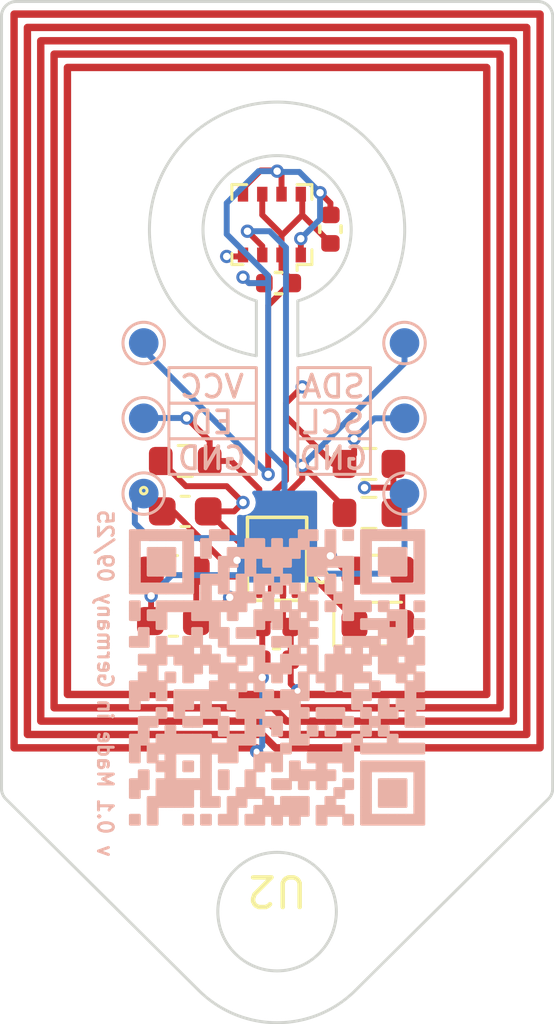
<source format=kicad_pcb>
(kicad_pcb (version 20240108) (generator "pcbnew") (generator_version "8.0")
  (layers (0 "F.Cu" signal) (1 "In1.Cu" signal) (2 "In2.Cu" signal) (31 "B.Cu" signal) (34 "B.Paste" user) (35 "F.Paste" user) (36 "B.SilkS" user "B.Silkscreen") (37 "F.SilkS" user "F.Silkscreen") (38 "B.Mask" user) (39 "F.Mask" user) (44 "Edge.Cuts" user))
  (net 0 "")
  (net 1 "GND")
  (net 2 "ANT2")
  (net 3 "ANT1")
  (net 4 "SCL")
  (net 5 "SDA")
  (net 6 "Net-(D1-A)")
  (net 10 "ED")
  (net 14 "VOUT")
  (footprint "Capacitor_SMD:C_0603_1608Metric" (layer "F.Cu") (at 126.4 48.7 180)
    (property "Reference" "C6" (hide yes))
    (property "Value" "1uF")
    (pad "1" smd roundrect (at -0.775 0 180) (size 0.9 0.95) (layers "F.Cu" "F.Paste" "F.Mask") (net 14 "VOUT"))
    (pad "2" smd roundrect (at 0.775 0 180) (size 0.9 0.95) (layers "F.Cu" "F.Paste" "F.Mask") (net 1 "GND"))
  )
  (footprint "unsurv_offline_pcb_footprints:25x18_1016nH" (layer "F.Cu") (at 120.5 31.8)
    (property "Reference" "AE1" (hide yes))
    (property "Value" "Antenna_Dipole")
    (pad "1" smd custom (at 8.30901 24.875) (size 0.25 0.25) (layers "F.Cu") (net 3 "ANT1") (options (clearance outline) (anchor circle)) (primitives (gr_line (start 0 0) (end -8.18401 0) (width 0.25)) (gr_line (start -8.18401 0) (end -8.18401 -24.75) (width 0.25)) (gr_line (start -8.18401 -24.75) (end 9.56599 -24.75) (width 0.25)) (gr_line (start 9.56599 -24.75) (end 9.56599 0) (width 0.25)) (gr_line (start 9.56599 0) (end 0.636396 0) (width 0.25)) (gr_line (start 0.636396 0) (end 0.186396 -0.45) (width 0.25)) (gr_line (start 0.186396 -0.45) (end -7.73401 -0.45) (width 0.25)) (gr_line (start -7.73401 -0.45) (end -7.73401 -24.3) (width 0.25)) (gr_line (start -7.73401 -24.3) (end 9.11599 -24.3) (width 0.25)) (gr_line (start 9.11599 -24.3) (end 9.11599 -0.45) (width 0.25)) (gr_line (start 9.11599 -0.45) (end 0.822792 -0.45) (width 0.25)) (gr_line (start 0.822792 -0.45) (end 0.372792 -0.9) (width 0.25)) (gr_line (start 0.372792 -0.9) (end -7.28401 -0.9) (width 0.25)) (gr_line (start -7.28401 -0.9) (end -7.28401 -23.85) (width 0.25)) (gr_line (start -7.28401 -23.85) (end 8.66599 -23.85) (width 0.25)) (gr_line (start 8.66599 -23.85) (end 8.66599 -0.9) (width 0.25)) (gr_line (start 8.66599 -0.9) (end 1.009188 -0.9) (width 0.25)) (gr_line (start 1.009188 -0.9) (end 0.559188 -1.35) (width 0.25)) (gr_line (start 0.559188 -1.35) (end -6.83401 -1.35) (width 0.25)) (gr_line (start -6.83401 -1.35) (end -6.83401 -23.4) (width 0.25)) (gr_line (start -6.83401 -23.4) (end 8.21599 -23.4) (width 0.25)) (gr_line (start 8.21599 -23.4) (end 8.21599 -1.35) (width 0.25)) (gr_line (start 8.21599 -1.35) (end 1.195584 -1.35) (width 0.25)) (gr_line (start 1.195584 -1.35) (end 0.745584 -1.8) (width 0.25)) (gr_line (start 0.745584 -1.8) (end -6.38401 -1.8) (width 0.25)) (gr_line (start -6.38401 -1.8) (end -6.38401 -22.95) (width 0.25)) (gr_line (start -6.38401 -22.95) (end 7.76599 -22.95) (width 0.25)) (gr_line (start 7.76599 -22.95) (end 7.76599 -1.8) (width 0.25))))
    (pad "1" thru_hole circle (at 8.30901 25) (size 0.45 0.45) (drill 0.2) (layers "*.Cu" "*.Mask") (net 3 "ANT1"))
    (pad "2" thru_hole circle (at 9.69099 22.95) (size 0.45 0.45) (drill 0.2) (layers "*.Cu" "*.Mask") (net 2 "ANT2"))
    (pad "2" smd custom (at 9.69099 23.075) (size 0.25 0.25) (layers "F.Cu") (net 2 "ANT2") (options (clearance outline) (anchor circle)) (primitives (gr_line (start 0 0) (end 6.38401 0) (width 0.25))))
  )
  (footprint "Capacitor_SMD:C_0603_1608Metric" (layer "F.Cu") (at 126 50.7 180)
    (property "Reference" "C2" (hide yes))
    (property "Value" "100pF")
    (pad "1" smd roundrect (at -0.775 0 180) (size 0.9 0.95) (layers "F.Cu" "F.Paste" "F.Mask") (net 14 "VOUT"))
    (pad "2" smd roundrect (at 0.775 0 180) (size 0.9 0.95) (layers "F.Cu" "F.Paste" "F.Mask") (net 1 "GND"))
  )
  (footprint "LED_SMD:LED_0603_1608Metric" (layer "F.Cu") (at 132.9 52.5)
    (property "Reference" "D1" (hide yes))
    (property "Value" "LED")
    (pad "1" smd roundrect (at -0.7875 0) (size 0.875 0.95) (layers "F.Cu" "F.Paste" "F.Mask") (net 1 "GND"))
    (pad "2" smd roundrect (at 0.7875 0) (size 0.875 0.95) (layers "F.Cu" "F.Paste" "F.Mask") (net 6 "Net-(D1-A)"))
  )
  (footprint "Resistor_SMD:R_0603_1608Metric" (layer "F.Cu") (at 132.6 47.1 180)
    (property "Reference" "R1" (hide yes))
    (property "Value" "4.7k")
    (pad "1" smd roundrect (at -0.825 0 180) (size 0.8 0.95) (layers "F.Cu" "F.Paste" "F.Mask") (net 14 "VOUT"))
    (pad "2" smd roundrect (at 0.825 0 180) (size 0.8 0.95) (layers "F.Cu" "F.Paste" "F.Mask") (net 4 "SCL"))
  )
  (footprint "digikey-footprints:Pressure_Sensor_LGA-8_2.5x2.5mm_BME280" (layer "F.Cu") (at 129.325001 39.025 180)
    (property "Reference" "U4" (hide yes))
    (property "Value" "BME280")
    (pad "1" smd rect (at -0.975 -1.025 180) (size 0.35 0.5) (layers "F.Cu" "F.Paste" "F.Mask") (net 1 "GND"))
    (pad "2" smd rect (at -0.325 -1.025 180) (size 0.35 0.5) (layers "F.Cu" "F.Paste" "F.Mask") (net 14 "VOUT"))
    (pad "3" smd rect (at 0.325 -1.025 180) (size 0.35 0.5) (layers "F.Cu" "F.Paste" "F.Mask") (net 5 "SDA"))
    (pad "4" smd rect (at 0.975 -1.025 180) (size 0.35 0.5) (layers "F.Cu" "F.Paste" "F.Mask") (net 4 "SCL"))
    (pad "5" smd rect (at 0.975 1.024999 180) (size 0.35 0.5) (layers "F.Cu" "F.Paste" "F.Mask") (net 1 "GND"))
    (pad "6" smd rect (at 0.325 1.024999 180) (size 0.35 0.5) (layers "F.Cu" "F.Paste" "F.Mask") (net 14 "VOUT"))
    (pad "7" smd rect (at -0.325 1.024999 180) (size 0.35 0.5) (layers "F.Cu" "F.Paste" "F.Mask") (net 1 "GND"))
    (pad "8" smd rect (at -0.975 1.024999 180) (size 0.35 0.5) (layers "F.Cu" "F.Paste" "F.Mask") (net 14 "VOUT"))
  )
  (footprint "unsurv_offline_pcb_footprints:NTAG 5 link" (layer "F.Cu") (at 129.5 50.3 180)
    (property "Reference" "U2" (at 0 -11.2 180) (layer "F.SilkS"))
    (property "Value" "~")
    (pad "1" smd roundrect (at -0.5 -0.6 90) (size 0.22 0.8) (layers "F.Cu" "F.Paste" "F.Mask") (net 1 "GND"))
    (pad "2" smd roundrect (at -0.5 -0.2 90) (size 0.22 0.8) (layers "F.Cu" "F.Paste" "F.Mask") (net 1 "GND"))
    (pad "3" smd roundrect (at -0.5 0.2 90) (size 0.22 0.8) (layers "F.Cu" "F.Paste" "F.Mask"))
    (pad "4" smd roundrect (at -0.5 0.6 90) (size 0.22 0.8) (layers "F.Cu" "F.Paste" "F.Mask"))
    (pad "5" smd roundrect (at -0.6 1.1) (size 0.22 0.44) (layers "F.Cu" "F.Paste" "F.Mask"))
    (pad "6" smd roundrect (at -0.2 1.1) (size 0.22 0.44) (layers "F.Cu" "F.Paste" "F.Mask") (net 5 "SDA"))
    (pad "7" smd roundrect (at 0.2 1.1) (size 0.22 0.44) (layers "F.Cu" "F.Paste" "F.Mask") (net 4 "SCL"))
    (pad "8" smd roundrect (at 0.6 1.1) (size 0.22 0.44) (layers "F.Cu" "F.Paste" "F.Mask") (net 10 "ED"))
    (pad "9" smd roundrect (at 0.5 0.6 270) (size 0.22 0.8) (layers "F.Cu" "F.Paste" "F.Mask") (net 14 "VOUT"))
    (pad "10" smd roundrect (at 0.5 0.2 270) (size 0.22 0.8) (layers "F.Cu" "F.Paste" "F.Mask"))
    (pad "11" smd roundrect (at 0.5 -0.2 270) (size 0.22 0.8) (layers "F.Cu" "F.Paste" "F.Mask") (net 1 "GND"))
    (pad "12" smd roundrect (at 0.5 -0.6 270) (size 0.22 0.8) (layers "F.Cu" "F.Paste" "F.Mask") (net 14 "VOUT"))
    (pad "13" smd roundrect (at 0.6 -1.1) (size 0.22 0.44) (layers "F.Cu" "F.Paste" "F.Mask"))
    (pad "14" smd roundrect (at 0.2 -1.1) (size 0.22 0.44) (layers "F.Cu" "F.Paste" "F.Mask") (net 3 "ANT1"))
    (pad "15" smd roundrect (at -0.2 -1.1) (size 0.22 0.44) (layers "F.Cu" "F.Paste" "F.Mask") (net 2 "ANT2"))
    (pad "16" smd roundrect (at -0.6 -1.1) (size 0.22 0.44) (layers "F.Cu" "F.Paste" "F.Mask"))
  )
  (footprint "Resistor_SMD:R_0603_1608Metric" (layer "F.Cu") (at 126.4 47)
    (property "Reference" "R3" (hide yes))
    (property "Value" "4.7k")
    (pad "1" smd roundrect (at -0.825 0) (size 0.8 0.95) (layers "F.Cu" "F.Paste" "F.Mask") (net 14 "VOUT"))
    (pad "2" smd roundrect (at 0.825 0) (size 0.8 0.95) (layers "F.Cu" "F.Paste" "F.Mask") (net 10 "ED"))
  )
  (footprint "Capacitor_SMD:C_0402_1005Metric" (layer "F.Cu") (at 129.55 41 180)
    (property "Reference" "C8" (hide yes))
    (property "Value" "0.1 uF")
    (pad "1" smd roundrect (at -0.48 0 180) (size 0.56 0.62) (layers "F.Cu" "F.Paste" "F.Mask") (net 14 "VOUT"))
    (pad "2" smd roundrect (at 0.48 0 180) (size 0.56 0.62) (layers "F.Cu" "F.Paste" "F.Mask") (net 1 "GND"))
  )
  (footprint "Capacitor_SMD:C_0402_1005Metric" (layer "F.Cu") (at 129.48 52.6 180)
    (property "Reference" "C1" (hide yes))
    (property "Value" "100pF")
    (pad "1" smd roundrect (at -0.48 0 180) (size 0.56 0.62) (layers "F.Cu" "F.Paste" "F.Mask") (net 2 "ANT2"))
    (pad "2" smd roundrect (at 0.48 0 180) (size 0.56 0.62) (layers "F.Cu" "F.Paste" "F.Mask") (net 3 "ANT1"))
  )
  (footprint "Resistor_SMD:R_0603_1608Metric" (layer "F.Cu") (at 132.9 50.7)
    (property "Reference" "R4" (hide yes))
    (property "Value" "1k")
    (pad "1" smd roundrect (at -0.825 0) (size 0.8 0.95) (layers "F.Cu" "F.Paste" "F.Mask") (net 14 "VOUT"))
    (pad "2" smd roundrect (at 0.825 0) (size 0.8 0.95) (layers "F.Cu" "F.Paste" "F.Mask") (net 6 "Net-(D1-A)"))
  )
  (footprint "Resistor_SMD:R_0603_1608Metric" (layer "F.Cu") (at 132.6 48.75 180)
    (property "Reference" "R2" (hide yes))
    (property "Value" "4.7k")
    (pad "1" smd roundrect (at -0.825 0 180) (size 0.8 0.95) (layers "F.Cu" "F.Paste" "F.Mask") (net 14 "VOUT"))
    (pad "2" smd roundrect (at 0.825 0 180) (size 0.8 0.95) (layers "F.Cu" "F.Paste" "F.Mask") (net 5 "SDA"))
  )
  (footprint "Capacitor_SMD:C_0603_1608Metric" (layer "F.Cu") (at 126 52.4 180)
    (property "Reference" "C5" (hide yes))
    (property "Value" "0.47 uF")
    (pad "1" smd roundrect (at -0.775 0 180) (size 0.9 0.95) (layers "F.Cu" "F.Paste" "F.Mask") (net 14 "VOUT"))
    (pad "2" smd roundrect (at 0.775 0 180) (size 0.9 0.95) (layers "F.Cu" "F.Paste" "F.Mask") (net 1 "GND"))
  )
  (footprint "Capacitor_SMD:C_0402_1005Metric" (layer "F.Cu") (at 129.48 53.7 180)
    (property "Reference" "C4" (hide yes))
    (property "Value" "16pF")
    (pad "1" smd roundrect (at -0.48 0 180) (size 0.56 0.62) (layers "F.Cu" "F.Paste" "F.Mask") (net 2 "ANT2"))
    (pad "2" smd roundrect (at 0.48 0 180) (size 0.56 0.62) (layers "F.Cu" "F.Paste" "F.Mask") (net 3 "ANT1"))
  )
  (footprint "Capacitor_SMD:C_0402_1005Metric" (layer "F.Cu") (at 131.3 39.18 -90)
    (property "Reference" "C7" (hide yes))
    (property "Value" "0.1 uF")
    (pad "1" smd roundrect (at -0.48 0 270) (size 0.56 0.62) (layers "F.Cu" "F.Paste" "F.Mask") (net 1 "GND"))
    (pad "2" smd roundrect (at 0.48 0 270) (size 0.56 0.62) (layers "F.Cu" "F.Paste" "F.Mask") (net 14 "VOUT"))
  )
  (footprint "unsurv_offline_pcb_footprints:testpoint_array_2x3" (layer "B.Cu") (at 129.4 43.02 180)
    (property "Reference" "U3" (hide yes))
    (property "Value" "~")
    (pad "1" smd circle (at 4.4 0 180) (size 1 1) (layers "B.Cu" "B.Mask") (net 14 "VOUT"))
    (pad "2" smd circle (at 4.4 -2.54 180) (size 1 1) (layers "B.Cu" "B.Mask") (net 10 "ED"))
    (pad "3" smd circle (at 4.4 -5.08 180) (size 1 1) (layers "B.Cu" "B.Mask") (net 1 "GND"))
    (pad "4" smd circle (at -4.4 0 180) (size 1 1) (layers "B.Cu" "B.Mask") (net 5 "SDA"))
    (pad "5" smd circle (at -4.4 -2.54 180) (size 1 1) (layers "B.Cu" "B.Mask") (net 4 "SCL"))
    (pad "6" smd circle (at -4.4 -5.08 180) (size 1 1) (layers "B.Cu" "B.Mask") (net 1 "GND"))
  )
  (footprint "unsurv_offline_pcb_footprints:https___shop.unsurv.org" (layer "B.Cu") (at 129.5 54.3 180)
    (property "Reference" "QR_ref1" (hide yes))
    (property "Value" "TestPoint" (hide yes))
  )
  (gr_rect (start 130.2 43.85) (end 132.65 45.05) (stroke (width 0.1)) (fill none) (layer "B.SilkS"))
  (gr_rect (start 125.85 45.05) (end 128.8 46.25) (stroke (width 0.1)) (fill none) (layer "B.SilkS"))
  (gr_rect (start 125.85 43.85) (end 128.8 45.05) (stroke (width 0.1)) (fill none) (layer "B.SilkS"))
  (gr_rect (start 130.2 46.25) (end 132.65 47.45) (stroke (width 0.1)) (fill none) (layer "B.SilkS"))
  (gr_rect (start 125.85 46.25) (end 128.8 47.45) (stroke (width 0.1)) (fill none) (layer "B.SilkS"))
  (gr_rect (start 130.2 45.05) (end 132.65 46.25) (stroke (width 0.1)) (fill none) (layer "B.SilkS"))
  (gr_circle (center 125 48) (end 124.95 48.1) (stroke (width 0.1)) (fill none) (layer "F.SilkS"))
  (gr_arc (start 128.8 41.6) (mid 129.5 36.699969) (end 130.2 41.6) (stroke (width 0.1)) (layer "Edge.Cuts"))
  (gr_line (start 120.699999 31.499999) (end 138.299999 31.499999) (stroke (width 0.1)) (layer "Edge.Cuts"))
  (gr_circle (center 129.5 62.199998) (end 131.5 62.199998) (stroke (width 0.1)) (fill none) (layer "Edge.Cuts"))
  (gr_arc (start 120.199999 31.999999) (mid 120.346446 31.646446) (end 120.699999 31.499999) (stroke (width 0.1)) (layer "Edge.Cuts"))
  (gr_line (start 128.8 43.45) (end 128.8 41.6) (stroke (width 0.1)) (layer "Edge.Cuts"))
  (gr_arc (start 120.34643 58.400001) (mid 120.238042 58.23779) (end 120.199999 58.046445) (stroke (width 0.1)) (layer "Edge.Cuts"))
  (gr_arc (start 128.8 43.45) (mid 129.5 34.892707) (end 130.2 43.45) (stroke (width 0.1)) (layer "Edge.Cuts"))
  (gr_line (start 138.799999 31.999999) (end 138.799999 58.046445) (stroke (width 0.1)) (layer "Edge.Cuts"))
  (gr_arc (start 138.299999 31.499999) (mid 138.653553 31.646445) (end 138.799999 31.999999) (stroke (width 0.1)) (layer "Edge.Cuts"))
  (gr_arc (start 132.149999 64.849997) (mid 129.5 65.947663) (end 126.850001 64.849997) (stroke (width 0.1)) (layer "Edge.Cuts"))
  (gr_line (start 120.199999 58.046445) (end 120.199999 31.999999) (stroke (width 0.1)) (layer "Edge.Cuts"))
  (gr_line (start 130.2 41.6) (end 130.2 43.45) (stroke (width 0.1)) (layer "Edge.Cuts"))
  (gr_line (start 138.653536 58.399968) (end 132.149999 64.849997) (stroke (width 0.1)) (layer "Edge.Cuts"))
  (gr_arc (start 138.799999 58.046445) (mid 138.761925 58.237772) (end 138.653536 58.399968) (stroke (width 0.1)) (layer "Edge.Cuts"))
  (gr_line (start 126.850001 64.849997) (end 120.34643 58.400001) (stroke (width 0.1)) (layer "Edge.Cuts"))
  (gr_text "v 0.1 Made in Germany 09/25" (at 123.7 54.5 -90) (layer "B.SilkS") (effects (font (size 0.5 0.5) (thickness 0.1)) (justify mirror)))
  (gr_text "SDA\nSCL\nGND\n" (at 131.4 45.7 0) (layer "B.SilkS") (effects (font (size 0.75 0.75) (thickness 0.125)) (justify mirror)))
  (gr_text "VCC\nED\nGND" (at 127.3 45.7 0) (layer "B.SilkS") (effects (font (size 0.75 0.75) (thickness 0.125)) (justify mirror)))
  (segment (start 128.3 50.5) (end 128.15 50.35) (width 0.2) (layer "F.Cu") (net 1))
  (segment (start 129.650001 37.372077) (end 129.650001 38.000001) (width 0.2) (layer "F.Cu") (net 1))
  (segment (start 131.3 38.7) (end 131.3 38.3) (width 0.2) (layer "F.Cu") (net 1))
  (segment (start 132.1125 52.5) (end 132.1125 52.3125) (width 0.2) (layer "F.Cu") (net 1))
  (segment (start 125.25 51.55) (end 125.25 52.375) (width 0.2) (layer "F.Cu") (net 1))
  (segment (start 129.501474 37.22355) (end 129.477924 37.2) (width 0.2) (layer "F.Cu") (net 1))
  (segment (start 131.3 38.3) (end 130.95 37.95) (width 0.2) (layer "F.Cu") (net 1))
  (segment (start 125.625 48.7) (end 126 48.7) (width 0.2) (layer "F.Cu") (net 1))
  (segment (start 125.25 50.725) (end 125.225 50.7) (width 0.2) (layer "F.Cu") (net 1))
  (segment (start 129.477924 37.2) (end 128.95 37.2) (width 0.2) (layer "F.Cu") (net 1))
  (segment (start 130.7 50.9) (end 130 50.9) (width 0.2) (layer "F.Cu") (net 1))
  (segment (start 130.300001 39.5) (end 130.300001 40.05) (width 0.2) (layer "F.Cu") (net 1))
  (segment (start 129.02 41.05) (end 129.02 41.03) (width 0.2) (layer "F.Cu") (net 1))
  (segment (start 125.25 52.375) (end 125.225 52.4) (width 0.2) (layer "F.Cu") (net 1))
  (segment (start 128.95 37.2) (end 128.350001 37.799999) (width 0.2) (layer "F.Cu") (net 1))
  (segment (start 129 50.5) (end 128.3 50.5) (width 0.2) (layer "F.Cu") (net 1))
  (segment (start 125.25 51.55) (end 125.25 50.725) (width 0.2) (layer "F.Cu") (net 1))
  (segment (start 129.501474 37.22355) (end 129.650001 37.372077) (width 0.2) (layer "F.Cu") (net 1))
  (segment (start 129.2 41.13) (end 129.07 41) (width 0.2) (layer "F.Cu") (net 1))
  (segment (start 132.1125 52.3125) (end 130.7 50.9) (width 0.2) (layer "F.Cu") (net 1))
  (segment (start 129.501474 37.22355) (end 129.5 37.225024) (width 0.2) (layer "F.Cu") (net 1))
  (segment (start 126 48.7) (end 127.65 50.35) (width 0.2) (layer "F.Cu") (net 1))
  (segment (start 128.350001 37.799999) (end 128.350001 38.000001) (width 0.2) (layer "F.Cu") (net 1))
  (segment (start 127.65 50.35) (end 128.15 50.35) (width 0.2) (layer "F.Cu") (net 1))
  (segment (start 128.55 41) (end 128.35 40.8) (width 0.2) (layer "F.Cu") (net 1))
  (segment (start 129.07 41) (end 129.07 40.98) (width 0.2) (layer "F.Cu") (net 1))
  (segment (start 129.07 41) (end 128.55 41) (width 0.2) (layer "F.Cu") (net 1))
  (via (at 128.15 50.35) (size 0.45) (drill 0.25) (layers "F.Cu" "B.Cu") (net 1))
  (via (at 125.25 51.55) (size 0.45) (drill 0.25) (layers "F.Cu" "B.Cu") (net 1))
  (via (at 129.501474 37.22355) (size 0.45) (drill 0.25) (layers "F.Cu" "B.Cu") (net 1))
  (via (at 130.300001 39.5) (size 0.45) (drill 0.25) (layers "F.Cu" "B.Cu") (net 1))
  (via (at 128.35 40.8) (size 0.45) (drill 0.25) (layers "F.Cu" "B.Cu") (net 1))
  (via (at 130.95 37.95) (size 0.45) (drill 0.25) (layers "F.Cu" "B.Cu") (net 1))
  (segment (start 129.75 47.2) (end 129.2 46.65) (width 0.2) (layer "B.Cu") (net 1))
  (segment (start 130.95 37.95) (end 130.25 37.25) (width 0.2) (layer "B.Cu") (net 1))
  (segment (start 130.25 37.25) (end 129.527924 37.25) (width 0.2) (layer "B.Cu") (net 1))
  (segment (start 129.75 48.25) (end 129.75 47.2) (width 0.2) (layer "B.Cu") (net 1))
  (segment (start 133.8 49.95) (end 132.95 50.8) (width 0.2) (layer "B.Cu") (net 1))
  (segment (start 128.55 41) (end 128.35 40.8) (width 0.2) (layer "B.Cu") (net 1))
  (segment (start 129.2 41) (end 128.55 41) (width 0.2) (layer "B.Cu") (net 1))
  (segment (start 124.7 49.1) (end 124.7 48.4) (width 0.2) (layer "B.Cu") (net 1))
  (segment (start 125.2 49.6) (end 124.7 49.1) (width 0.2) (layer "B.Cu") (net 1))
  (segment (start 129.2 46.65) (end 129.2 41) (width 0.2) (layer "B.Cu") (net 1))
  (segment (start 132.95 50.8) (end 130.6 50.8) (width 0.2) (layer "B.Cu") (net 1))
  (segment (start 130.95 38.850001) (end 130.95 37.95) (width 0.2) (layer "B.Cu") (net 1))
  (segment (start 130.300001 39.5) (end 130.95 38.850001) (width 0.2) (layer "B.Cu") (net 1))
  (segment (start 125.95 50.85) (end 125.25 51.55) (width 0.2) (layer "B.Cu") (net 1))
  (segment (start 127.8 38.3) (end 128.87645 37.22355) (width 0.2) (layer "B.Cu") (net 1))
  (segment (start 128.35 49.6) (end 125.2 49.6) (width 0.2) (layer "B.Cu") (net 1))
  (segment (start 127.8 39.35) (end 127.8 38.3) (width 0.2) (layer "B.Cu") (net 1))
  (segment (start 129.2 41) (end 129.2 40.75) (width 0.2) (layer "B.Cu") (net 1))
  (segment (start 133.8 48.1) (end 133.8 49.95) (width 0.2) (layer "B.Cu") (net 1))
  (segment (start 128.35 50.85) (end 125.95 50.85) (width 0.2) (layer "B.Cu") (net 1))
  (segment (start 124.7 48.4) (end 125 48.1) (width 0.2) (layer "B.Cu") (net 1))
  (segment (start 129.2 40.75) (end 127.8 39.35) (width 0.2) (layer "B.Cu") (net 1))
  (segment (start 128.87645 37.22355) (end 129.501474 37.22355) (width 0.2) (layer "B.Cu") (net 1))
  (segment (start 129.527924 37.25) (end 129.501474 37.22355) (width 0.2) (layer "B.Cu") (net 1))
  (segment (start 129.96 54.51901) (end 130.19099 54.75) (width 0.2) (layer "F.Cu") (net 2))
  (segment (start 129.96 52.6) (end 129.96 53.7) (width 0.2) (layer "F.Cu") (net 2))
  (segment (start 129.7 51.4) (end 129.7 52.34) (width 0.2) (layer "F.Cu") (net 2))
  (segment (start 129.96 53.7) (end 129.96 54.51901) (width 0.2) (layer "F.Cu") (net 2))
  (segment (start 129.7 52.34) (end 129.96 52.6) (width 0.2) (layer "F.Cu") (net 2))
  (segment (start 129.3 51.4) (end 129.3 52.3) (width 0.2) (layer "F.Cu") (net 3))
  (segment (start 129.3 52.3) (end 129 52.6) (width 0.2) (layer "F.Cu") (net 3))
  (segment (start 129 53.7) (end 129 54.3) (width 0.2) (layer "F.Cu") (net 3))
  (segment (start 129 52.6) (end 129 53.7) (width 0.2) (layer "F.Cu") (net 3))
  (via (at 129 54.3) (size 0.45) (drill 0.25) (layers "F.Cu" "B.Cu") (net 3))
  (segment (start 129 54.3) (end 129 56.60901) (width 0.2) (layer "B.Cu") (net 3))
  (segment (start 129 56.60901) (end 128.80901 56.8) (width 0.2) (layer "B.Cu") (net 3))
  (segment (start 129.8 45.5) (end 129.8 47.65) (width 0.2) (layer "F.Cu") (net 4))
  (segment (start 132.1 46.25) (end 132.1 46.775) (width 0.2) (layer "F.Cu") (net 4))
  (segment (start 128.300001 40.1) (end 128.350001 40.05) (width 0.2) (layer "F.Cu") (net 4))
  (segment (start 132.1 46.775) (end 131.775 47.1) (width 0.2) (layer "F.Cu") (net 4))
  (segment (start 131.4 47.1) (end 129.8 45.5) (width 0.2) (layer "F.Cu") (net 4))
  (segment (start 129.8 47.65) (end 129.3 48.15) (width 0.2) (layer "F.Cu") (net 4))
  (segment (start 129.8 45.05) (end 130.35 44.5) (width 0.2) (layer "F.Cu") (net 4))
  (segment (start 129.3 48.15) (end 129.3 49.2) (width 0.2) (layer "F.Cu") (net 4))
  (segment (start 129.8 45.5) (end 129.8 45.05) (width 0.2) (layer "F.Cu") (net 4))
  (segment (start 127.8 40.1) (end 128.300001 40.1) (width 0.2) (layer "F.Cu") (net 4))
  (segment (start 131.775 47.1) (end 131.4 47.1) (width 0.2) (layer "F.Cu") (net 4))
  (via (at 132.1 46.25) (size 0.45) (drill 0.25) (layers "F.Cu" "B.Cu") (net 4))
  (via (at 127.8 40.1) (size 0.45) (drill 0.25) (layers "F.Cu" "B.Cu") (net 4))
  (via (at 130.35 44.5) (size 0.45) (drill 0.25) (layers "F.Cu" "B.Cu") (net 4))
  (segment (start 133.8 45.56) (end 132.79 45.56) (width 0.2) (layer "B.Cu") (net 4))
  (segment (start 132.79 45.56) (end 132.1 46.25) (width 0.2) (layer "B.Cu") (net 4))
  (segment (start 130.35 47.6) (end 129.7 48.25) (width 0.2) (layer "F.Cu") (net 5))
  (segment (start 129.000001 40.05) (end 129.000001 39.750001) (width 0.2) (layer "F.Cu") (net 5))
  (segment (start 130.35 47.15) (end 130.35 47.6) (width 0.2) (layer "F.Cu") (net 5))
  (segment (start 129.7 48.25) (end 129.7 49.2) (width 0.2) (layer "F.Cu") (net 5))
  (segment (start 130.35 47.15) (end 130.4 47.1) (width 0.2) (layer "F.Cu") (net 5))
  (segment (start 131.775 48.75) (end 131.775 48.575) (width 0.2) (layer "F.Cu") (net 5))
  (segment (start 129.000001 39.750001) (end 128.5 39.25) (width 0.2) (layer "F.Cu") (net 5))
  (segment (start 131.775 48.575) (end 130.35 47.15) (width 0.2) (layer "F.Cu") (net 5))
  (via (at 130.35 47.15) (size 0.45) (drill 0.25) (layers "F.Cu" "B.Cu") (net 5))
  (via (at 128.5 39.25) (size 0.45) (drill 0.25) (layers "F.Cu" "B.Cu") (net 5))
  (segment (start 129.8 46.6) (end 130.35 47.15) (width 0.2) (layer "B.Cu") (net 5))
  (segment (start 129.8 39.8) (end 129.8 46.6) (width 0.2) (layer "B.Cu") (net 5))
  (segment (start 128.5 39.25) (end 129.25 39.25) (width 0.2) (layer "B.Cu") (net 5))
  (segment (start 129.25 39.25) (end 129.8 39.8) (width 0.2) (layer "B.Cu") (net 5))
  (segment (start 133.8 43.02) (end 133.8 43.7) (width 0.2) (layer "B.Cu") (net 5))
  (segment (start 133.8 43.7) (end 130.35 47.15) (width 0.2) (layer "B.Cu") (net 5))
  (segment (start 133.725 50.7) (end 133.725 52.4625) (width 0.2) (layer "F.Cu") (net 6))
  (segment (start 133.725 52.4625) (end 133.6875 52.5) (width 0.2) (layer "F.Cu") (net 6))
  (segment (start 127.225 46.325) (end 126.45 45.55) (width 0.2) (layer "F.Cu") (net 10))
  (segment (start 127.225 47) (end 127.225 46.325) (width 0.2) (layer "F.Cu") (net 10))
  (segment (start 128.9 49.2) (end 128.9 47.95) (width 0.2) (layer "F.Cu") (net 10))
  (segment (start 127.95 47) (end 127.225 47) (width 0.2) (layer "F.Cu") (net 10))
  (segment (start 128.9 47.95) (end 127.95 47) (width 0.2) (layer "F.Cu") (net 10))
  (via (at 126.45 45.55) (size 0.45) (drill 0.25) (layers "F.Cu" "B.Cu") (net 10))
  (segment (start 126.45 45.55) (end 125.01 45.55) (width 0.2) (layer "B.Cu") (net 10))
  (segment (start 125.01 45.55) (end 125 45.56) (width 0.2) (layer "B.Cu") (net 10))
  (segment (start 127.175 48.7) (end 128.175 49.7) (width 0.2) (layer "F.Cu") (net 14))
  (segment (start 128.05 48.7) (end 128.35 48.4) (width 0.2) (layer "F.Cu") (net 14))
  (segment (start 133.425 47.9) (end 133.425 48.75) (width 0.2) (layer "F.Cu") (net 14))
  (segment (start 129.95 41) (end 130.03 41) (width 0.2) (layer "F.Cu") (net 14))
  (segment (start 127.175 48.7) (end 128.05 48.7) (width 0.2) (layer "F.Cu") (net 14))
  (segment (start 128.175 49.7) (end 129 49.7) (width 0.2) (layer "F.Cu") (net 14))
  (segment (start 127.1 52.4) (end 127.9 51.6) (width 0.2) (layer "F.Cu") (net 14))
  (segment (start 126.975 50.9) (end 126.775 50.7) (width 0.2) (layer "F.Cu") (net 14))
  (segment (start 126.425 47.85) (end 127.8 47.85) (width 0.2) (layer "F.Cu") (net 14))
  (segment (start 127.8 47.85) (end 128.35 48.4) (width 0.2) (layer "F.Cu") (net 14))
  (segment (start 125.575 47) (end 126.425 47.85) (width 0.2) (layer "F.Cu") (net 14))
  (segment (start 129 50.9) (end 126.975 50.9) (width 0.2) (layer "F.Cu") (net 14))
  (segment (start 131.8 50.7) (end 131.3 50.2) (width 0.2) (layer "F.Cu") (net 14))
  (segment (start 129.2 47.45) (end 129.2 41.75) (width 0.2) (layer "F.Cu") (net 14))
  (segment (start 131.3 39.66) (end 131.3 39.65) (width 0.2) (layer "F.Cu") (net 14))
  (segment (start 129.650001 40.550001) (end 129.650001 40.05) (width 0.2) (layer "F.Cu") (net 14))
  (segment (start 129.650001 39.350001) (end 129.699999 39.350001) (width 0.2) (layer "F.Cu") (net 14))
  (segment (start 130.35 38.7) (end 130.35 38.05) (width 0.2) (layer "F.Cu") (net 14))
  (segment (start 133.425 47.9) (end 132.45 47.9) (width 0.2) (layer "F.Cu") (net 14))
  (segment (start 129.000001 38.700001) (end 129.650001 39.350001) (width 0.2) (layer "F.Cu") (net 14))
  (segment (start 132.075 50.7) (end 131.8 50.7) (width 0.2) (layer "F.Cu") (net 14))
  (segment (start 130.35 38.05) (end 130.300001 38.000001) (width 0.2) (layer "F.Cu") (net 14))
  (segment (start 133.425 47.1) (end 133.425 47.9) (width 0.2) (layer "F.Cu") (net 14))
  (segment (start 130.03 40.93) (end 129.650001 40.550001) (width 0.2) (layer "F.Cu") (net 14))
  (segment (start 126.775 50.7) (end 126.775 52.4) (width 0.2) (layer "F.Cu") (net 14))
  (segment (start 131.3 39.65) (end 130.35 38.7) (width 0.2) (layer "F.Cu") (net 14))
  (segment (start 130.03 41) (end 130.03 40.93) (width 0.2) (layer "F.Cu") (net 14))
  (segment (start 129.000001 38.000001) (end 129.000001 38.700001) (width 0.2) (layer "F.Cu") (net 14))
  (segment (start 129.650001 39.350001) (end 129.650001 40.05) (width 0.2) (layer "F.Cu") (net 14))
  (segment (start 126.775 52.4) (end 127.1 52.4) (width 0.2) (layer "F.Cu") (net 14))
  (segment (start 129.2 41.75) (end 129.95 41) (width 0.2) (layer "F.Cu") (net 14))
  (segment (start 129.699999 39.350001) (end 130.35 38.7) (width 0.2) (layer "F.Cu") (net 14))
  (via (at 127.9 51.6) (size 0.45) (drill 0.25) (layers "F.Cu" "B.Cu") (net 14))
  (via (at 129.2 47.45) (size 0.45) (drill 0.25) (layers "F.Cu" "B.Cu") (net 14))
  (via (at 128.35 48.4) (size 0.45) (drill 0.25) (layers "F.Cu" "B.Cu") (net 14))
  (via (at 132.45 47.9) (size 0.45) (drill 0.25) (layers "F.Cu" "B.Cu") (net 14))
  (via (at 131.3 50.2) (size 0.45) (drill 0.25) (layers "F.Cu" "B.Cu") (net 14))
  (segment (start 125 43.25) (end 129.2 47.45) (width 0.2) (layer "B.Cu") (net 14))
  (segment (start 125 43.02) (end 125 43.25) (width 0.2) (layer "B.Cu") (net 14))
  (zone (net 1) (net_name "GND") (layers "F&B.Cu") (connect_pads yes (clearance 0.2)) (min_thickness 0.15) (fill yes (thermal_gap 0.15) (thermal_bridge_width 0.15))
    (polygon (pts (xy 128.15 48) (xy 130.85 48) (xy 130.85 51.1) (xy 128.15 51.1)))
  )
)
</source>
